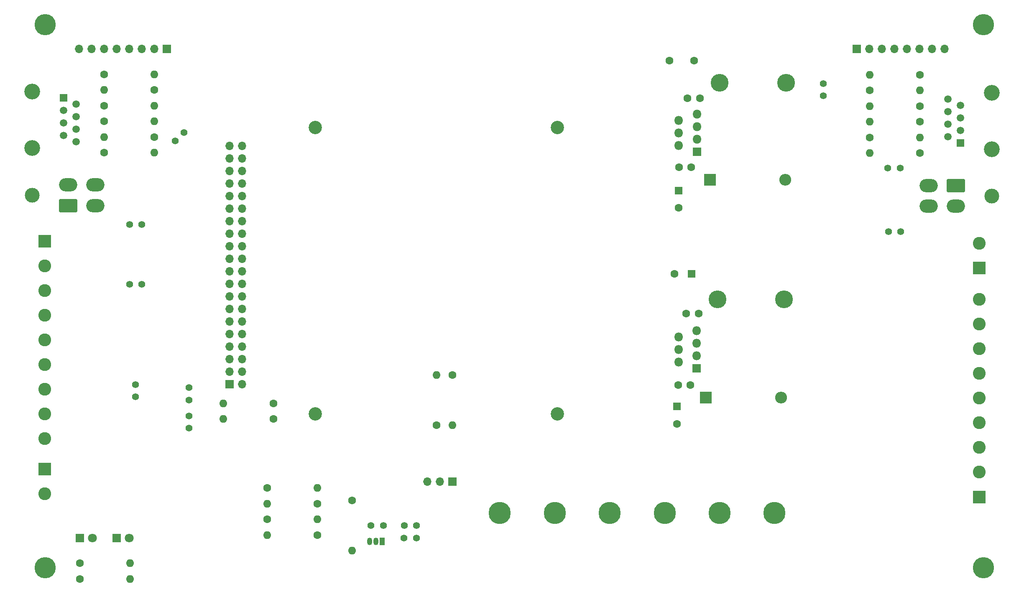
<source format=gbr>
%TF.GenerationSoftware,KiCad,Pcbnew,8.0.4*%
%TF.CreationDate,2024-12-05T04:30:44-06:00*%
%TF.ProjectId,mainpcb,6d61696e-7063-4622-9e6b-696361645f70,rev?*%
%TF.SameCoordinates,Original*%
%TF.FileFunction,Soldermask,Bot*%
%TF.FilePolarity,Negative*%
%FSLAX46Y46*%
G04 Gerber Fmt 4.6, Leading zero omitted, Abs format (unit mm)*
G04 Created by KiCad (PCBNEW 8.0.4) date 2024-12-05 04:30:44*
%MOMM*%
%LPD*%
G01*
G04 APERTURE LIST*
G04 Aperture macros list*
%AMRoundRect*
0 Rectangle with rounded corners*
0 $1 Rounding radius*
0 $2 $3 $4 $5 $6 $7 $8 $9 X,Y pos of 4 corners*
0 Add a 4 corners polygon primitive as box body*
4,1,4,$2,$3,$4,$5,$6,$7,$8,$9,$2,$3,0*
0 Add four circle primitives for the rounded corners*
1,1,$1+$1,$2,$3*
1,1,$1+$1,$4,$5*
1,1,$1+$1,$6,$7*
1,1,$1+$1,$8,$9*
0 Add four rect primitives between the rounded corners*
20,1,$1+$1,$2,$3,$4,$5,0*
20,1,$1+$1,$4,$5,$6,$7,0*
20,1,$1+$1,$6,$7,$8,$9,0*
20,1,$1+$1,$8,$9,$2,$3,0*%
G04 Aperture macros list end*
%ADD10R,2.600000X2.600000*%
%ADD11C,2.600000*%
%ADD12C,1.600000*%
%ADD13O,1.600000X1.600000*%
%ADD14C,4.300000*%
%ADD15R,1.700000X1.700000*%
%ADD16O,1.700000X1.700000*%
%ADD17R,1.600000X1.600000*%
%ADD18R,1.800000X1.800000*%
%ADD19O,1.800000X1.800000*%
%ADD20C,1.400000*%
%ADD21C,4.500000*%
%ADD22C,2.700000*%
%ADD23C,3.600000*%
%ADD24R,2.400000X2.400000*%
%ADD25O,2.400000X2.400000*%
%ADD26C,3.200000*%
%ADD27R,1.500000X1.500000*%
%ADD28C,1.500000*%
%ADD29C,3.000000*%
%ADD30RoundRect,0.250001X-1.599999X1.099999X-1.599999X-1.099999X1.599999X-1.099999X1.599999X1.099999X0*%
%ADD31O,3.700000X2.700000*%
%ADD32R,1.050000X1.500000*%
%ADD33O,1.050000X1.500000*%
%ADD34RoundRect,0.250001X1.599999X-1.099999X1.599999X1.099999X-1.599999X1.099999X-1.599999X-1.099999X0*%
%ADD35C,1.800000*%
G04 APERTURE END LIST*
D10*
%TO.C,J9*%
X55880000Y-127000000D03*
D11*
X55880000Y-132000000D03*
%TD*%
D12*
%TO.C,R17*%
X118110000Y-133350000D03*
D13*
X118110000Y-143510000D03*
%TD*%
D12*
%TO.C,R22*%
X102235000Y-116840000D03*
D13*
X92075000Y-116840000D03*
%TD*%
D12*
%TO.C,R15*%
X67945000Y-47043562D03*
D13*
X78105000Y-47043562D03*
%TD*%
D12*
%TO.C,R2*%
X62985000Y-149225000D03*
D13*
X73145000Y-149225000D03*
%TD*%
D14*
%TO.C,H3*%
X246000000Y-37000000D03*
%TD*%
D12*
%TO.C,R7*%
X67945000Y-62918562D03*
D13*
X78105000Y-62918562D03*
%TD*%
D15*
%TO.C,J8*%
X138430000Y-129540000D03*
D16*
X135890000Y-129540000D03*
X133350000Y-129540000D03*
%TD*%
D17*
%TO.C,C6*%
X184259234Y-70590765D03*
D12*
X184259234Y-74090765D03*
%TD*%
D18*
%TO.C,U3*%
X187912200Y-106585450D03*
D19*
X184212200Y-105315450D03*
X187912200Y-104045450D03*
X184212200Y-102775450D03*
X187912200Y-101505450D03*
X184212200Y-100235450D03*
X187912200Y-98965450D03*
%TD*%
D20*
%TO.C,C13*%
X128660000Y-138430000D03*
X131160000Y-138430000D03*
%TD*%
%TO.C,C9*%
X84068884Y-58806116D03*
X82301117Y-60573883D03*
%TD*%
%TO.C,C24*%
X85090000Y-110510000D03*
X85090000Y-113010000D03*
%TD*%
%TO.C,C14*%
X75545000Y-77470000D03*
X73045000Y-77470000D03*
%TD*%
D12*
%TO.C,C2*%
X185802200Y-95480450D03*
X188302200Y-95480450D03*
%TD*%
D21*
%TO.C,J5*%
X203662000Y-135890000D03*
X192536800Y-135890000D03*
X181411600Y-135890000D03*
X170286400Y-135890000D03*
X159161200Y-135890000D03*
X148036000Y-135890000D03*
%TD*%
D17*
%TO.C,C5*%
X186882200Y-87480450D03*
D12*
X183382200Y-87480450D03*
%TD*%
%TO.C,R9*%
X138430000Y-107950000D03*
D13*
X138430000Y-118110000D03*
%TD*%
D20*
%TO.C,C15*%
X75545000Y-89535000D03*
X73045000Y-89535000D03*
%TD*%
D12*
%TO.C,R21*%
X111125000Y-133985000D03*
D13*
X100965000Y-133985000D03*
%TD*%
D15*
%TO.C,J6*%
X80645000Y-41910000D03*
D16*
X78105000Y-41910000D03*
X75565000Y-41910000D03*
X73025000Y-41910000D03*
X70485000Y-41910000D03*
X67945000Y-41910000D03*
X65405000Y-41910000D03*
X62865000Y-41910000D03*
%TD*%
D12*
%TO.C,R8*%
X233065000Y-47152500D03*
D13*
X222905000Y-47152500D03*
%TD*%
D12*
%TO.C,R13*%
X78105000Y-50218562D03*
D13*
X67945000Y-50218562D03*
%TD*%
D20*
%TO.C,C11*%
X121940000Y-138430000D03*
X124440000Y-138430000D03*
%TD*%
D12*
%TO.C,C8*%
X184279234Y-65893416D03*
X186779234Y-65893416D03*
%TD*%
D20*
%TO.C,C10*%
X213566116Y-51398349D03*
X213566116Y-48898349D03*
%TD*%
D12*
%TO.C,R3*%
X67945000Y-56568562D03*
D13*
X78105000Y-56568562D03*
%TD*%
D10*
%TO.C,J15*%
X245110000Y-86280000D03*
D11*
X245110000Y-81280000D03*
%TD*%
D22*
%TO.C,REF\u002A\u002A*%
X110695000Y-57820000D03*
%TD*%
D14*
%TO.C,H1*%
X56000000Y-37000000D03*
%TD*%
D23*
%TO.C,L1*%
X192112200Y-92615450D03*
X205612200Y-92615450D03*
%TD*%
D12*
%TO.C,R5*%
X78105000Y-59743562D03*
D13*
X67945000Y-59743562D03*
%TD*%
D18*
%TO.C,U4*%
X187959234Y-62718416D03*
D19*
X184259234Y-61448416D03*
X187959234Y-60178416D03*
X184259234Y-58908416D03*
X187959234Y-57638416D03*
X184259234Y-56368416D03*
X187959234Y-55098416D03*
%TD*%
D12*
%TO.C,R11*%
X67945000Y-53393562D03*
D13*
X78105000Y-53393562D03*
%TD*%
D23*
%TO.C,L2*%
X192514234Y-48748416D03*
X206014234Y-48748416D03*
%TD*%
D22*
%TO.C,REF\u002A\u002A*%
X159695000Y-57820000D03*
%TD*%
D12*
%TO.C,C7*%
X186055000Y-51923416D03*
X188555000Y-51923416D03*
%TD*%
%TO.C,R23*%
X102235000Y-113665000D03*
D13*
X92075000Y-113665000D03*
%TD*%
D12*
%TO.C,C18*%
X187394234Y-44303416D03*
X182394234Y-44303416D03*
%TD*%
D15*
%TO.C,J7*%
X220345000Y-41910000D03*
D16*
X222885000Y-41910000D03*
X225425000Y-41910000D03*
X227965000Y-41910000D03*
X230505000Y-41910000D03*
X233045000Y-41910000D03*
X235585000Y-41910000D03*
X238125000Y-41910000D03*
%TD*%
D20*
%TO.C,C23*%
X74295000Y-109855000D03*
X74295000Y-112355000D03*
%TD*%
D24*
%TO.C,D3*%
X189762200Y-112480450D03*
D25*
X205002200Y-112480450D03*
%TD*%
D26*
%TO.C,J2*%
X53360000Y-50561062D03*
X53360000Y-61991062D03*
D27*
X59710000Y-51831062D03*
D28*
X62250000Y-53101062D03*
X59710000Y-54371062D03*
X62250000Y-55641062D03*
X59710000Y-56911062D03*
X62250000Y-58181062D03*
X59710000Y-59451062D03*
X62250000Y-60721062D03*
%TD*%
D15*
%TO.C,J1*%
X93345000Y-109840000D03*
D16*
X95885000Y-109840000D03*
X93345000Y-107300000D03*
X95885000Y-107300000D03*
X93345000Y-104760000D03*
X95885000Y-104760000D03*
X93345000Y-102220000D03*
X95885000Y-102220000D03*
X93345000Y-99680000D03*
X95885000Y-99680000D03*
X93345000Y-97140000D03*
X95885000Y-97140000D03*
X93345000Y-94600000D03*
X95885000Y-94600000D03*
X93345000Y-92060000D03*
X95885000Y-92060000D03*
X93345000Y-89520000D03*
X95885000Y-89520000D03*
X93345000Y-86980000D03*
X95885000Y-86980000D03*
X93345000Y-84440000D03*
X95885000Y-84440000D03*
X93345000Y-81900000D03*
X95885000Y-81900000D03*
X93345000Y-79360000D03*
X95885000Y-79360000D03*
X93345000Y-76820000D03*
X95885000Y-76820000D03*
X93345000Y-74280000D03*
X95885000Y-74280000D03*
X93345000Y-71740000D03*
X95885000Y-71740000D03*
X93345000Y-69200000D03*
X95885000Y-69200000D03*
X93345000Y-66660000D03*
X95885000Y-66660000D03*
X93345000Y-64120000D03*
X95885000Y-64120000D03*
X93345000Y-61580000D03*
X95885000Y-61580000D03*
%TD*%
D17*
%TO.C,C3*%
X183882200Y-114327799D03*
D12*
X183882200Y-117827799D03*
%TD*%
D14*
%TO.C,H4*%
X246000000Y-147000000D03*
%TD*%
D12*
%TO.C,R4*%
X233065000Y-53502500D03*
D13*
X222905000Y-53502500D03*
%TD*%
D29*
%TO.C,J11*%
X247650000Y-71677500D03*
D30*
X240350000Y-69577500D03*
D31*
X240350000Y-73777500D03*
X234850000Y-69577500D03*
X234850000Y-73777500D03*
%TD*%
D32*
%TO.C,U10*%
X124195000Y-141605000D03*
D33*
X122925000Y-141605000D03*
X121655000Y-141605000D03*
%TD*%
D12*
%TO.C,R19*%
X100965000Y-130810000D03*
D13*
X111125000Y-130810000D03*
%TD*%
D12*
%TO.C,R1*%
X62985000Y-146050000D03*
D13*
X73145000Y-146050000D03*
%TD*%
D22*
%TO.C,REF\u002A\u002A*%
X110695000Y-115820000D03*
%TD*%
%TO.C,REF\u002A\u002A*%
X159695000Y-115820000D03*
%TD*%
D29*
%TO.C,J10*%
X53360000Y-71551062D03*
D34*
X60660000Y-73651062D03*
D31*
X60660000Y-69451062D03*
X66160000Y-73651062D03*
X66160000Y-69451062D03*
%TD*%
D14*
%TO.C,H2*%
X56000000Y-147000000D03*
%TD*%
D10*
%TO.C,J4*%
X55870000Y-80850000D03*
D11*
X55870000Y-85850000D03*
X55870000Y-90850000D03*
X55870000Y-95850000D03*
X55870000Y-100850000D03*
X55870000Y-105850000D03*
X55870000Y-110850000D03*
X55870000Y-115850000D03*
X55870000Y-120850000D03*
%TD*%
D26*
%TO.C,J3*%
X247650000Y-62230000D03*
X247650000Y-50800000D03*
D27*
X241300000Y-60960000D03*
D28*
X238760000Y-59690000D03*
X241300000Y-58420000D03*
X238760000Y-57150000D03*
X241300000Y-55880000D03*
X238760000Y-54610000D03*
X241300000Y-53340000D03*
X238760000Y-52070000D03*
%TD*%
D18*
%TO.C,D1*%
X62985000Y-140970000D03*
D35*
X65525000Y-140970000D03*
%TD*%
D24*
%TO.C,D4*%
X190609234Y-68433416D03*
D25*
X205849234Y-68433416D03*
%TD*%
D12*
%TO.C,R16*%
X233065000Y-63027500D03*
D13*
X222905000Y-63027500D03*
%TD*%
D12*
%TO.C,R6*%
X222905000Y-50327500D03*
D13*
X233065000Y-50327500D03*
%TD*%
D12*
%TO.C,R20*%
X111125000Y-140335000D03*
D13*
X100965000Y-140335000D03*
%TD*%
D12*
%TO.C,R10*%
X135255000Y-118110000D03*
D13*
X135255000Y-107950000D03*
%TD*%
D12*
%TO.C,C4*%
X184132200Y-109980450D03*
X186632200Y-109980450D03*
%TD*%
%TO.C,R12*%
X233065000Y-56677500D03*
D13*
X222905000Y-56677500D03*
%TD*%
D20*
%TO.C,C12*%
X128640000Y-140970000D03*
X131140000Y-140970000D03*
%TD*%
%TO.C,C17*%
X226604000Y-66012500D03*
X229104000Y-66012500D03*
%TD*%
D12*
%TO.C,R14*%
X222905000Y-59852500D03*
D13*
X233065000Y-59852500D03*
%TD*%
D12*
%TO.C,R18*%
X100965000Y-137160000D03*
D13*
X111125000Y-137160000D03*
%TD*%
D20*
%TO.C,C1*%
X85090000Y-116225000D03*
X85090000Y-118725000D03*
%TD*%
D10*
%TO.C,J13*%
X245110000Y-132630000D03*
D11*
X245110000Y-127630000D03*
X245110000Y-122630000D03*
X245110000Y-117630000D03*
X245110000Y-112630000D03*
X245110000Y-107630000D03*
X245110000Y-102630000D03*
X245110000Y-97630000D03*
X245110000Y-92630000D03*
%TD*%
D18*
%TO.C,D2*%
X70485000Y-140970000D03*
D35*
X73025000Y-140970000D03*
%TD*%
D20*
%TO.C,C16*%
X226715000Y-78900000D03*
X229215000Y-78900000D03*
%TD*%
M02*

</source>
